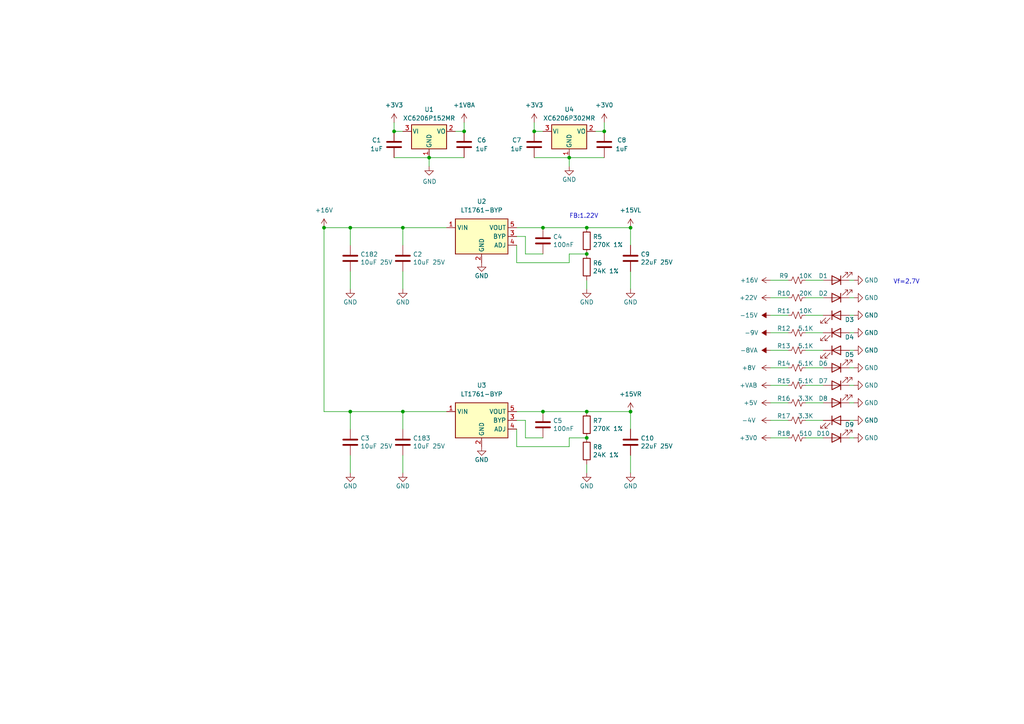
<source format=kicad_sch>
(kicad_sch (version 20231120) (generator "eeschema") (generator_version "8.0")
  (paper "A4")
  (title_block (title "AFE Power Supply") (date "2024-06-09") (rev "R0.10") (company "Copyright 2024 Anhang Li, Wenting Zhang") (comment 2 "MERCHANTABILITY, SATISFACTORY QUALITY AND FITNESS FOR A PARTICULAR PURPOSE.") (comment 3 "This source is distributed WITHOUT ANY EXPRESS OR IMPLIED WARRANTY, INCLUDING OF") (comment 4 "This source describes Open Hardware and is licensed under the CERN-OHL-P v2."))
  (lib_symbols
    (symbol "Device:C" (pin_numbers hide) (pin_names (offset 0.254))
      (property "Reference" "C" (at 0.635 2.54 0))
      (property "Value" "C" (at 0.635 -2.54 0))
      (symbol "C_0_1"
        (polyline (pts (xy -2.032 -0.762) (xy 2.032 -0.762)) (stroke (width 0.508)))
        (polyline (pts (xy -2.032 0.762) (xy 2.032 0.762)) (stroke (width 0.508)))
      )
      (symbol "C_1_1"
        (pin passive line (at 0 3.81 270) (length 2.794) (name "~") (number "1"))
        (pin passive line (at 0 -3.81 90) (length 2.794) (name "~") (number "2"))
      )
    )
    (symbol "Device:LED" (pin_numbers hide) (pin_names (offset 1.016) hide)
      (property "Reference" "D" (at 0 2.54 0))
      (property "Value" "LED" (at 0 -2.54 0))
      (symbol "LED_0_1"
        (polyline (pts (xy -1.27 -1.27) (xy -1.27 1.27)) (stroke (width 0.254)))
        (polyline (pts (xy -1.27 0) (xy 1.27 0)))
        (polyline (pts (xy 1.27 -1.27) (xy 1.27 1.27) (xy -1.27 0) (xy 1.27 -1.27)) (stroke (width 0.254)))
        (polyline (pts (xy -3.048 -0.762) (xy -4.572 -2.286) (xy -3.81 -2.286) (xy -4.572 -2.286) (xy -4.572 -1.524)))
        (polyline (pts (xy -1.778 -0.762) (xy -3.302 -2.286) (xy -2.54 -2.286) (xy -3.302 -2.286) (xy -3.302 -1.524)))
      )
      (symbol "LED_1_1"
        (pin passive line (at -3.81 0 0) (length 2.54) (name "K") (number "1"))
        (pin passive line (at 3.81 0 180) (length 2.54) (name "A") (number "2"))
      )
    )
    (symbol "Device:R" (pin_numbers hide) (pin_names (offset 0))
      (property "Reference" "R" (at 2.032 0 90))
      (property "Value" "R" (at 0 0 90))
      (symbol "R_0_1"
        (rectangle (start -1.016 -2.54) (end 1.016 2.54) (stroke (width 0.254)))
      )
      (symbol "R_1_1"
        (pin passive line (at 0 3.81 270) (length 1.27) (name "~") (number "1"))
        (pin passive line (at 0 -3.81 90) (length 1.27) (name "~") (number "2"))
      )
    )
    (symbol "Device:R_Small_US" (pin_numbers hide) (pin_names (offset 0.254) hide)
      (property "Reference" "R" (at 0.762 0.508 0))
      (property "Value" "R_Small_US" (at 0.762 -1.016 0))
      (symbol "R_Small_US_1_1"
        (polyline (pts (xy 0 0) (xy 1.016 -0.381) (xy 0 -0.762) (xy -1.016 -1.143) (xy 0 -1.524)))
        (polyline (pts (xy 0 1.524) (xy 1.016 1.143) (xy 0 0.762) (xy -1.016 0.381) (xy 0 0)))
        (pin passive line (at 0 2.54 270) (length 1.016) (name "~") (number "1"))
        (pin passive line (at 0 -2.54 90) (length 1.016) (name "~") (number "2"))
      )
    )
    (symbol "Regulator_Linear:LT1761-BYP"
      (property "Reference" "U" (at -6.35 6.35 0))
      (property "Value" "LT1761-BYP" (at 0 6.35 0))
      (symbol "LT1761-BYP_0_1"
        (rectangle (start -7.62 5.08) (end 7.62 -5.08) (stroke (width 0.254)) (fill (type background)))
      )
      (symbol "LT1761-BYP_1_1"
        (pin power_in line (at -10.16 2.54 0) (length 2.54) (name "VIN") (number "1"))
        (pin power_in line (at 0 -7.62 90) (length 2.54) (name "GND") (number "2"))
        (pin passive line (at 10.16 0 180) (length 2.54) (name "BYP") (number "3"))
        (pin input line (at 10.16 -2.54 180) (length 2.54) (name "ADJ") (number "4"))
        (pin power_out line (at 10.16 2.54 180) (length 2.54) (name "VOUT") (number "5"))
      )
    )
    (symbol "Regulator_Linear:XC6206PxxxMR" (pin_names (offset 0.254))
      (property "Reference" "U" (at -3.81 3.175 0))
      (property "Value" "XC6206PxxxMR" (at 0 3.175 0))
      (symbol "XC6206PxxxMR_0_1"
        (rectangle (start -5.08 1.905) (end 5.08 -5.08) (stroke (width 0.254)) (fill (type background)))
      )
      (symbol "XC6206PxxxMR_1_1"
        (pin power_in line (at 0 -7.62 90) (length 2.54) (name "GND") (number "1"))
        (pin power_out line (at 7.62 0 180) (length 2.54) (name "VO") (number "2"))
        (pin power_in line (at -7.62 0 0) (length 2.54) (name "VI") (number "3"))
      )
    )
    (symbol "Sitina:-4V" (power) (pin_names (offset 0))
      (property "Value" "-4V" (at 0 3.556 0))
      (symbol "-4V_0_1"
        (polyline (pts (xy -0.762 1.27) (xy 0 2.54)))
        (polyline (pts (xy 0 0) (xy 0 2.54)))
        (polyline (pts (xy 0 2.54) (xy 0.762 1.27)))
      )
      (symbol "-4V_1_1"
        (pin power_in line (at 0 0 90) (length 0) hide (name "-4V") (number "1"))
      )
    )
    (symbol "power:+1V8" (power) (pin_names (offset 0))
      (property "Value" "+1V8" (at 0 3.556 0))
      (symbol "+1V8_0_1"
        (polyline (pts (xy -0.762 1.27) (xy 0 2.54)))
        (polyline (pts (xy 0 0) (xy 0 2.54)))
        (polyline (pts (xy 0 2.54) (xy 0.762 1.27)))
      )
      (symbol "+1V8_1_1"
        (pin power_in line (at 0 0 90) (length 0) hide (name "+1V8") (number "1"))
      )
    )
    (symbol "power:+3V0" (power) (pin_names (offset 0))
      (property "Value" "+3V0" (at 0 3.556 0))
      (symbol "+3V0_0_1"
        (polyline (pts (xy -0.762 1.27) (xy 0 2.54)))
        (polyline (pts (xy 0 0) (xy 0 2.54)))
        (polyline (pts (xy 0 2.54) (xy 0.762 1.27)))
      )
      (symbol "+3V0_1_1"
        (pin power_in line (at 0 0 90) (length 0) hide (name "+3V0") (number "1"))
      )
    )
    (symbol "power:+3V3" (power) (pin_names (offset 0))
      (property "Value" "+3V3" (at 0 3.556 0))
      (symbol "+3V3_0_1"
        (polyline (pts (xy -0.762 1.27) (xy 0 2.54)))
        (polyline (pts (xy 0 0) (xy 0 2.54)))
        (polyline (pts (xy 0 2.54) (xy 0.762 1.27)))
      )
      (symbol "+3V3_1_1"
        (pin power_in line (at 0 0 90) (length 0) hide (name "+3V3") (number "1"))
      )
    )
    (symbol "power:+5V" (power) (pin_names (offset 0))
      (property "Value" "+5V" (at 0 3.556 0))
      (symbol "+5V_0_1"
        (polyline (pts (xy -0.762 1.27) (xy 0 2.54)))
        (polyline (pts (xy 0 0) (xy 0 2.54)))
        (polyline (pts (xy 0 2.54) (xy 0.762 1.27)))
      )
      (symbol "+5V_1_1"
        (pin power_in line (at 0 0 90) (length 0) hide (name "+5V") (number "1"))
      )
    )
    (symbol "power:+8V" (power) (pin_names (offset 0))
      (property "Value" "+8V" (at 0 3.556 0))
      (symbol "+8V_0_1"
        (polyline (pts (xy -0.762 1.27) (xy 0 2.54)))
        (polyline (pts (xy 0 0) (xy 0 2.54)))
        (polyline (pts (xy 0 2.54) (xy 0.762 1.27)))
      )
      (symbol "+8V_1_1"
        (pin power_in line (at 0 0 90) (length 0) hide (name "+8V") (number "1"))
      )
    )
    (symbol "power:-15V" (power) (pin_names (offset 0))
      (property "Value" "-15V" (at 0 3.81 0))
      (symbol "-15V_0_0"
        (pin power_in line (at 0 0 90) (length 0) hide (name "-15V") (number "1"))
      )
      (symbol "-15V_0_1"
        (polyline (pts (xy 0 0) (xy 0 1.27) (xy 0.762 1.27) (xy 0 2.54) (xy -0.762 1.27) (xy 0 1.27)) (fill (type outline)))
      )
    )
    (symbol "power:-9V" (power) (pin_names (offset 0))
      (property "Value" "-9V" (at 0 3.81 0))
      (symbol "-9V_0_1"
        (polyline (pts (xy 0 0) (xy 0 2.54)))
        (polyline (pts (xy 0.762 1.27) (xy -0.762 1.27) (xy 0 2.54) (xy 0.762 1.27)) (fill (type outline)))
      )
      (symbol "-9V_1_1"
        (pin power_in line (at 0 0 90) (length 0) hide (name "-9V") (number "1"))
      )
    )
    (symbol "power:GND" (power) (pin_names (offset 0))
      (property "Value" "GND" (at 0 -3.81 0))
      (symbol "GND_0_1"
        (polyline (pts (xy 0 0) (xy 0 -1.27) (xy 1.27 -1.27) (xy 0 -2.54) (xy -1.27 -1.27) (xy 0 -1.27)))
      )
      (symbol "GND_1_1"
        (pin power_in line (at 0 0 270) (length 0) hide (name "GND") (number "1"))
      )
    )
    (symbol "symbols:+15VL" (power) (pin_names (offset 0))
      (property "Value" "+15VL" (at 0 3.556 0))
      (symbol "+15VL_0_1"
        (polyline (pts (xy -0.762 1.27) (xy 0 2.54)))
        (polyline (pts (xy 0 0) (xy 0 2.54)))
        (polyline (pts (xy 0 2.54) (xy 0.762 1.27)))
      )
      (symbol "+15VL_1_1"
        (pin power_in line (at 0 0 90) (length 0) hide (name "+15VL") (number "1"))
      )
    )
    (symbol "symbols:+15VR" (power) (pin_names (offset 0))
      (property "Value" "+15VR" (at 0 3.556 0))
      (symbol "+15VR_0_1"
        (polyline (pts (xy -0.762 1.27) (xy 0 2.54)))
        (polyline (pts (xy 0 0) (xy 0 2.54)))
        (polyline (pts (xy 0 2.54) (xy 0.762 1.27)))
      )
      (symbol "+15VR_1_1"
        (pin power_in line (at 0 0 90) (length 0) hide (name "+15VR") (number "1"))
      )
    )
    (symbol "symbols:+16V" (power) (pin_names (offset 0))
      (property "Value" "+16V" (at 0 3.556 0))
      (symbol "+16V_0_1"
        (polyline (pts (xy -0.762 1.27) (xy 0 2.54)))
        (polyline (pts (xy 0 0) (xy 0 2.54)))
        (polyline (pts (xy 0 2.54) (xy 0.762 1.27)))
      )
      (symbol "+16V_1_1"
        (pin power_in line (at 0 0 90) (length 0) hide (name "+16V") (number "1"))
      )
    )
  )
  (junction (at 134.62 38.1))
  (junction (at 182.88 66.04))
  (junction (at 101.6 66.04))
  (junction (at 101.6 119.38))
  (junction (at 114.3 38.1))
  (junction (at 157.48 66.04))
  (junction (at 93.98 66.04))
  (junction (at 116.84 119.38))
  (junction (at 170.18 127))
  (junction (at 170.18 119.38))
  (junction (at 124.46 45.72))
  (junction (at 116.84 66.04))
  (junction (at 157.48 119.38))
  (junction (at 165.1 45.72))
  (junction (at 170.18 73.66))
  (junction (at 175.26 38.1))
  (junction (at 154.94 38.1))
  (junction (at 170.18 66.04))
  (junction (at 182.88 119.38))
  (wire (pts (xy 157.48 127) (xy 152.4 127)))
  (wire (pts (xy 223.52 111.76) (xy 228.6 111.76)))
  (wire (pts (xy 246.38 96.52) (xy 247.65 96.52)))
  (wire (pts (xy 233.68 111.76) (xy 238.76 111.76)))
  (wire (pts (xy 116.84 78.74) (xy 116.84 83.82)))
  (wire (pts (xy 114.3 38.1) (xy 116.84 38.1)))
  (wire (pts (xy 233.68 106.68) (xy 238.76 106.68)))
  (wire (pts (xy 223.52 106.68) (xy 228.6 106.68)))
  (wire (pts (xy 170.18 137.16) (xy 170.18 134.62)))
  (wire (pts (xy 101.6 66.04) (xy 116.84 66.04)))
  (wire (pts (xy 233.68 127) (xy 238.76 127)))
  (wire (pts (xy 165.1 127) (xy 170.18 127)))
  (wire (pts (xy 154.94 38.1) (xy 157.48 38.1)))
  (wire (pts (xy 93.98 119.38) (xy 101.6 119.38)))
  (wire (pts (xy 152.4 121.92) (xy 149.86 121.92)))
  (wire (pts (xy 182.88 137.16) (xy 182.88 132.08)))
  (wire (pts (xy 246.38 106.68) (xy 247.65 106.68)))
  (wire (pts (xy 233.68 96.52) (xy 238.76 96.52)))
  (wire (pts (xy 233.68 81.28) (xy 238.76 81.28)))
  (wire (pts (xy 101.6 83.82) (xy 101.6 78.74)))
  (wire (pts (xy 116.84 66.04) (xy 129.54 66.04)))
  (wire (pts (xy 233.68 116.84) (xy 238.76 116.84)))
  (wire (pts (xy 223.52 127) (xy 228.6 127)))
  (wire (pts (xy 116.84 119.38) (xy 129.54 119.38)))
  (wire (pts (xy 246.38 127) (xy 247.65 127)))
  (wire (pts (xy 165.1 45.72) (xy 165.1 48.26)))
  (wire (pts (xy 124.46 45.72) (xy 124.46 48.26)))
  (wire (pts (xy 223.52 81.28) (xy 228.6 81.28)))
  (wire (pts (xy 149.86 71.12) (xy 149.86 76.2)))
  (wire (pts (xy 101.6 119.38) (xy 101.6 124.46)))
  (wire (pts (xy 233.68 86.36) (xy 238.76 86.36)))
  (wire (pts (xy 101.6 66.04) (xy 101.6 71.12)))
  (wire (pts (xy 182.88 66.04) (xy 182.88 71.12)))
  (wire (pts (xy 152.4 127) (xy 152.4 121.92)))
  (wire (pts (xy 223.52 121.92) (xy 228.6 121.92)))
  (wire (pts (xy 246.38 101.6) (xy 247.65 101.6)))
  (wire (pts (xy 223.52 91.44) (xy 228.6 91.44)))
  (wire (pts (xy 93.98 66.04) (xy 93.98 119.38)))
  (wire (pts (xy 165.1 76.2) (xy 165.1 73.66)))
  (wire (pts (xy 114.3 45.72) (xy 124.46 45.72)))
  (wire (pts (xy 170.18 119.38) (xy 182.88 119.38)))
  (wire (pts (xy 116.84 66.04) (xy 116.84 71.12)))
  (wire (pts (xy 157.48 119.38) (xy 170.18 119.38)))
  (wire (pts (xy 246.38 81.28) (xy 247.65 81.28)))
  (wire (pts (xy 223.52 116.84) (xy 228.6 116.84)))
  (wire (pts (xy 233.68 101.6) (xy 238.76 101.6)))
  (wire (pts (xy 149.86 119.38) (xy 157.48 119.38)))
  (wire (pts (xy 101.6 137.16) (xy 101.6 132.08)))
  (wire (pts (xy 152.4 68.58) (xy 149.86 68.58)))
  (wire (pts (xy 246.38 91.44) (xy 247.65 91.44)))
  (wire (pts (xy 124.46 45.72) (xy 134.62 45.72)))
  (wire (pts (xy 149.86 66.04) (xy 157.48 66.04)))
  (wire (pts (xy 165.1 45.72) (xy 175.26 45.72)))
  (wire (pts (xy 116.84 132.08) (xy 116.84 137.16)))
  (wire (pts (xy 149.86 129.54) (xy 165.1 129.54)))
  (wire (pts (xy 170.18 83.82) (xy 170.18 81.28)))
  (wire (pts (xy 134.62 38.1) (xy 132.08 38.1)))
  (wire (pts (xy 246.38 121.92) (xy 247.65 121.92)))
  (wire (pts (xy 182.88 78.74) (xy 182.88 83.82)))
  (wire (pts (xy 116.84 119.38) (xy 116.84 124.46)))
  (wire (pts (xy 154.94 35.56) (xy 154.94 38.1)))
  (wire (pts (xy 165.1 129.54) (xy 165.1 127)))
  (wire (pts (xy 175.26 35.56) (xy 175.26 38.1)))
  (wire (pts (xy 152.4 73.66) (xy 152.4 68.58)))
  (wire (pts (xy 157.48 73.66) (xy 152.4 73.66)))
  (wire (pts (xy 233.68 121.92) (xy 238.76 121.92)))
  (wire (pts (xy 154.94 45.72) (xy 165.1 45.72)))
  (wire (pts (xy 165.1 73.66) (xy 170.18 73.66)))
  (wire (pts (xy 223.52 86.36) (xy 228.6 86.36)))
  (wire (pts (xy 170.18 66.04) (xy 182.88 66.04)))
  (wire (pts (xy 233.68 91.44) (xy 238.76 91.44)))
  (wire (pts (xy 134.62 35.56) (xy 134.62 38.1)))
  (wire (pts (xy 101.6 119.38) (xy 116.84 119.38)))
  (wire (pts (xy 182.88 124.46) (xy 182.88 119.38)))
  (wire (pts (xy 114.3 35.56) (xy 114.3 38.1)))
  (wire (pts (xy 175.26 38.1) (xy 172.72 38.1)))
  (wire (pts (xy 93.98 66.04) (xy 101.6 66.04)))
  (wire (pts (xy 149.86 124.46) (xy 149.86 129.54)))
  (wire (pts (xy 246.38 86.36) (xy 247.65 86.36)))
  (wire (pts (xy 246.38 111.76) (xy 247.65 111.76)))
  (wire (pts (xy 246.38 116.84) (xy 247.65 116.84)))
  (wire (pts (xy 223.52 96.52) (xy 228.6 96.52)))
  (wire (pts (xy 223.52 101.6) (xy 228.6 101.6)))
  (wire (pts (xy 149.86 76.2) (xy 165.1 76.2)))
  (wire (pts (xy 157.48 66.04) (xy 170.18 66.04)))
  (text "FB:1.22V" (at 165.1 63.5 0) (effects (font (size 1.27 1.27)) (justify left bottom)))
  (text "Vf=2.7V" (at 259.08 82.55 0) (effects (font (size 1.27 1.27)) (justify left bottom)))
  (symbol (lib_id "power:GND") (at 101.6 137.16 0) (unit 1)
    (property "Reference" "#PWR04" (effects (hide yes)))
    (property "Value" "GND" (at 101.6 140.97 0))
  )
  (symbol (lib_id "power:GND") (at 124.46 48.26 0) (unit 1)
    (property "Reference" "#PWR07" (effects (hide yes)))
    (property "Value" "GND" (at 124.587 52.6542 0))
  )
  (symbol (lib_id "power:GND") (at 247.65 111.76 90) (unit 1)
    (property "Reference" "#PWR040" (effects (hide yes)))
    (property "Value" "GND" (at 252.73 111.76 90))
  )
  (symbol (lib_id "symbols:+16V") (at 93.98 66.04 0) (unit 1)
    (property "Reference" "#PWR01" (effects (hide yes)))
    (property "Value" "+16V" (at 93.98 60.96 0))
  )
  (symbol (lib_id "power:-9V") (at 223.52 96.52 90) (unit 1)
    (property "Reference" "#PWR027" (effects (hide yes)))
    (property "Value" "-9V" (at 215.9 96.52 90) (effects (justify right)))
  )
  (symbol (lib_id "Device:R_Small_US") (at 231.14 96.52 270) (unit 1)
    (property "Reference" "R12" (at 227.33 95.25 90))
    (property "Value" "5.1K" (at 233.68 95.25 90))
    (property "Footprint" "Resistor_SMD:R_0402_1005Metric" (effects (hide yes)))
  )
  (symbol (lib_id "Device:R_Small_US") (at 231.14 91.44 270) (unit 1)
    (property "Reference" "R11" (at 227.33 90.17 90))
    (property "Value" "10K" (at 233.68 90.17 90))
    (property "Footprint" "Resistor_SMD:R_0402_1005Metric" (effects (hide yes)))
  )
  (symbol (lib_id "power:+3V0") (at 223.52 127 90) (unit 1)
    (property "Reference" "#PWR033" (effects (hide yes)))
    (property "Value" "+3V0" (at 219.71 127 90) (effects (justify left)))
  )
  (symbol (lib_id "Device:C") (at 101.6 128.27 0) (unit 1)
    (property "Reference" "C3" (at 104.521 127.1016 0) (effects (justify left)))
    (property "Value" "10uF 25V" (at 104.521 129.413 0) (effects (justify left)))
    (property "Footprint" "Capacitor_SMD:C_0603_1608Metric" (effects (hide yes)))
  )
  (symbol (lib_id "power:GND") (at 116.84 137.16 0) (unit 1)
    (property "Reference" "#PWR0295" (effects (hide yes)))
    (property "Value" "GND" (at 116.84 140.97 0))
  )
  (symbol (lib_id "power:-15V") (at 223.52 91.44 90) (unit 1)
    (property "Reference" "#PWR026" (effects (hide yes)))
    (property "Value" "-15V" (at 217.17 91.44 90))
  )
  (symbol (lib_id "Device:R_Small_US") (at 231.14 111.76 270) (unit 1)
    (property "Reference" "R15" (at 227.33 110.49 90))
    (property "Value" "5.1K" (at 233.68 110.49 90))
    (property "Footprint" "Resistor_SMD:R_0402_1005Metric" (effects (hide yes)))
  )
  (symbol (lib_id "power:GND") (at 247.65 116.84 90) (unit 1)
    (property "Reference" "#PWR041" (effects (hide yes)))
    (property "Value" "GND" (at 252.73 116.84 90))
  )
  (symbol (lib_id "power:+8V") (at 223.52 106.68 90) (unit 1)
    (property "Reference" "#PWR029" (effects (hide yes)))
    (property "Value" "+8V" (at 217.17 106.68 90))
  )
  (symbol (lib_id "Regulator_Linear:XC6206PxxxMR") (at 124.46 38.1 0) (unit 1)
    (property "Reference" "U1" (at 124.46 31.75 0))
    (property "Value" "XC6206P152MR" (at 124.46 34.29 0))
    (property "Footprint" "Package_TO_SOT_SMD:SOT-23-3" (effects (hide yes)))
    (property "Datasheet" "https://www.torexsemi.com/file/xc6206/XC6206.pdf" (effects (hide yes)))
  )
  (symbol (lib_id "symbols:+16V") (at 223.52 111.76 90) (unit 1)
    (property "Reference" "#PWR030" (effects (hide yes)))
    (property "Value" "+VAB" (at 219.71 111.7599 90) (effects (justify left)))
  )
  (symbol (lib_id "power:GND") (at 170.18 137.16 0) (mirror y) (unit 1)
    (property "Reference" "#PWR018" (effects (hide yes)))
    (property "Value" "GND" (at 170.18 140.97 0))
  )
  (symbol (lib_id "power:GND") (at 165.1 48.26 0) (mirror y) (unit 1)
    (property "Reference" "#PWR016" (effects (hide yes)))
    (property "Value" "GND" (at 165.1 52.07 0))
  )
  (symbol (lib_id "power:+3V3") (at 154.94 35.56 0) (unit 1)
    (property "Reference" "#PWR015" (effects (hide yes)))
    (property "Value" "+3V3" (at 154.94 30.48 0))
  )
  (symbol (lib_id "Device:LED") (at 242.57 116.84 180) (unit 1)
    (property "Reference" "D8" (at 238.76 115.57 0))
    (property "Value" "LED" (effects (hide yes)))
    (property "Footprint" "LED_SMD:LED_0603_1608Metric" (effects (hide yes)))
  )
  (symbol (lib_id "Device:R_Small_US") (at 231.14 127 270) (unit 1)
    (property "Reference" "R18" (at 227.33 125.73 90))
    (property "Value" "510" (at 233.68 125.73 90))
    (property "Footprint" "Resistor_SMD:R_0402_1005Metric" (effects (hide yes)))
  )
  (symbol (lib_id "power:GND") (at 247.65 96.52 90) (unit 1)
    (property "Reference" "#PWR037" (effects (hide yes)))
    (property "Value" "GND" (at 252.73 96.52 90))
  )
  (symbol (lib_id "Device:C") (at 157.48 69.85 180) (unit 1)
    (property "Reference" "C4" (at 160.401 68.6816 0) (effects (justify right)))
    (property "Value" "100nF" (at 160.401 70.993 0) (effects (justify right)))
    (property "Footprint" "Capacitor_SMD:C_0402_1005Metric" (effects (hide yes)))
  )
  (symbol (lib_id "symbols:+15VR") (at 182.88 119.38 0) (unit 1)
    (property "Reference" "#PWR022" (effects (hide yes)))
    (property "Value" "+15VR" (at 182.88 114.3 0))
  )
  (symbol (lib_id "Device:LED") (at 242.57 127 180) (unit 1)
    (property "Reference" "D10" (at 238.76 125.73 0))
    (property "Value" "LED" (effects (hide yes)))
    (property "Footprint" "LED_SMD:LED_0603_1608Metric" (effects (hide yes)))
  )
  (symbol (lib_id "Device:R_Small_US") (at 231.14 106.68 270) (unit 1)
    (property "Reference" "R14" (at 227.33 105.41 90))
    (property "Value" "5.1K" (at 233.68 105.41 90))
    (property "Footprint" "Resistor_SMD:R_0402_1005Metric" (effects (hide yes)))
  )
  (symbol (lib_id "Device:LED") (at 242.57 111.76 180) (unit 1)
    (property "Reference" "D7" (at 238.76 110.49 0))
    (property "Value" "LED" (effects (hide yes)))
    (property "Footprint" "LED_SMD:LED_0603_1608Metric" (effects (hide yes)))
  )
  (symbol (lib_id "Device:C") (at 114.3 41.91 0) (mirror y) (unit 1)
    (property "Reference" "C1" (at 109.22 40.64 0))
    (property "Value" "1uF" (at 109.22 43.18 0))
    (property "Footprint" "Capacitor_SMD:C_0402_1005Metric" (effects (hide yes)))
  )
  (symbol (lib_id "Device:R") (at 170.18 130.81 0) (unit 1)
    (property "Reference" "R8" (at 171.958 129.6416 0) (effects (justify left)))
    (property "Value" "24K 1%" (at 171.958 131.953 0) (effects (justify left)))
    (property "Footprint" "Resistor_SMD:R_0402_1005Metric" (effects (hide yes)))
  )
  (symbol (lib_id "Device:C") (at 182.88 74.93 0) (unit 1)
    (property "Reference" "C9" (at 185.801 73.7616 0) (effects (justify left)))
    (property "Value" "22uF 25V" (at 185.801 76.073 0) (effects (justify left)))
    (property "Footprint" "Capacitor_SMD:C_0805_2012Metric" (effects (hide yes)))
  )
  (symbol (lib_id "Device:C") (at 182.88 128.27 0) (unit 1)
    (property "Reference" "C10" (at 185.801 127.1016 0) (effects (justify left)))
    (property "Value" "22uF 25V" (at 185.801 129.413 0) (effects (justify left)))
    (property "Footprint" "Capacitor_SMD:C_0805_2012Metric" (effects (hide yes)))
  )
  (symbol (lib_id "Device:R") (at 170.18 77.47 0) (unit 1)
    (property "Reference" "R6" (at 171.958 76.3016 0) (effects (justify left)))
    (property "Value" "24K 1%" (at 171.958 78.613 0) (effects (justify left)))
    (property "Footprint" "Resistor_SMD:R_0402_1005Metric" (effects (hide yes)))
  )
  (symbol (lib_id "power:GND") (at 247.65 106.68 90) (unit 1)
    (property "Reference" "#PWR039" (effects (hide yes)))
    (property "Value" "GND" (at 252.73 106.68 90))
  )
  (symbol (lib_id "power:-9V") (at 223.52 101.6 90) (unit 1)
    (property "Reference" "#PWR028" (effects (hide yes)))
    (property "Value" "-8VA" (at 214.63 101.6 90) (effects (justify right)))
  )
  (symbol (lib_id "power:+3V0") (at 175.26 35.56 0) (unit 1)
    (property "Reference" "#PWR019" (effects (hide yes)))
    (property "Value" "+3V0" (at 175.26 30.48 0))
  )
  (symbol (lib_id "Regulator_Linear:LT1761-BYP") (at 139.7 121.92 0) (unit 1)
    (property "Reference" "U3" (at 139.7 111.76 0))
    (property "Value" "LT1761-BYP" (at 139.7 114.3 0))
    (property "Footprint" "Package_TO_SOT_SMD:TSOT-23-5" (effects (hide yes)))
    (property "Datasheet" "https://www.analog.com/media/en/technical-documentation/data-sheets/1761sff.pdf" (effects (hide yes)))
    (property "Description" "MICROPOWER 100mA LDO adjustable regulator, TSOT-23-5" (effects (hide yes)))
  )
  (symbol (lib_id "Device:LED") (at 242.57 81.28 180) (unit 1)
    (property "Reference" "D1" (at 238.76 80.01 0))
    (property "Value" "LED" (effects (hide yes)))
    (property "Footprint" "LED_SMD:LED_0603_1608Metric" (effects (hide yes)))
  )
  (symbol (lib_id "Device:R_Small_US") (at 231.14 81.28 270) (unit 1)
    (property "Reference" "R9" (at 227.33 80.01 90))
    (property "Value" "10K" (at 233.68 80.01 90))
    (property "Footprint" "Resistor_SMD:R_0402_1005Metric" (effects (hide yes)))
  )
  (symbol (lib_id "power:GND") (at 139.7 129.54 0) (unit 1)
    (property "Reference" "#PWR05" (effects (hide yes)))
    (property "Value" "GND" (at 139.7 133.35 0))
  )
  (symbol (lib_id "power:GND") (at 247.65 121.92 90) (unit 1)
    (property "Reference" "#PWR042" (effects (hide yes)))
    (property "Value" "GND" (at 252.73 121.92 90))
  )
  (symbol (lib_id "Regulator_Linear:LT1761-BYP") (at 139.7 68.58 0) (unit 1)
    (property "Reference" "U2" (at 139.7 58.42 0))
    (property "Value" "LT1761-BYP" (at 139.7 60.96 0))
    (property "Footprint" "Package_TO_SOT_SMD:TSOT-23-5" (effects (hide yes)))
    (property "Datasheet" "https://www.analog.com/media/en/technical-documentation/data-sheets/1761sff.pdf" (effects (hide yes)))
    (property "Description" "MICROPOWER 100mA LDO adjustable regulator, TSOT-23-5" (effects (hide yes)))
  )
  (symbol (lib_id "power:GND") (at 116.84 83.82 0) (unit 1)
    (property "Reference" "#PWR03" (effects (hide yes)))
    (property "Value" "GND" (at 116.84 87.63 0))
  )
  (symbol (lib_id "Device:R_Small_US") (at 231.14 116.84 270) (unit 1)
    (property "Reference" "R16" (at 227.33 115.57 90))
    (property "Value" "3.3K" (at 233.68 115.57 90))
    (property "Footprint" "Resistor_SMD:R_0402_1005Metric" (effects (hide yes)))
  )
  (symbol (lib_id "power:GND") (at 182.88 137.16 0) (mirror y) (unit 1)
    (property "Reference" "#PWR023" (effects (hide yes)))
    (property "Value" "GND" (at 182.88 140.97 0))
  )
  (symbol (lib_id "power:GND") (at 101.6 83.82 0) (unit 1)
    (property "Reference" "#PWR0294" (effects (hide yes)))
    (property "Value" "GND" (at 101.6 87.63 0))
  )
  (symbol (lib_id "power:GND") (at 182.88 83.82 0) (mirror y) (unit 1)
    (property "Reference" "#PWR021" (effects (hide yes)))
    (property "Value" "GND" (at 182.88 87.63 0))
  )
  (symbol (lib_id "Device:LED") (at 242.57 96.52 0) (unit 1)
    (property "Reference" "D4" (at 246.38 97.79 0))
    (property "Value" "LED" (effects (hide yes)))
    (property "Footprint" "LED_SMD:LED_0603_1608Metric" (effects (hide yes)))
  )
  (symbol (lib_id "Device:C") (at 116.84 128.27 0) (unit 1)
    (property "Reference" "C183" (at 119.761 127.1016 0) (effects (justify left)))
    (property "Value" "10uF 25V" (at 119.761 129.413 0) (effects (justify left)))
    (property "Footprint" "Capacitor_SMD:C_0603_1608Metric" (effects (hide yes)))
  )
  (symbol (lib_id "power:GND") (at 247.65 127 90) (unit 1)
    (property "Reference" "#PWR043" (effects (hide yes)))
    (property "Value" "GND" (at 252.73 127 90))
  )
  (symbol (lib_id "symbols:+15VL") (at 182.88 66.04 0) (unit 1)
    (property "Reference" "#PWR020" (effects (hide yes)))
    (property "Value" "+15VL" (at 182.88 60.96 0))
  )
  (symbol (lib_id "Regulator_Linear:XC6206PxxxMR") (at 165.1 38.1 0) (unit 1)
    (property "Reference" "U4" (at 165.1 31.75 0))
    (property "Value" "XC6206P302MR" (at 165.1 34.29 0))
    (property "Footprint" "Package_TO_SOT_SMD:SOT-23-3" (effects (hide yes)))
    (property "Datasheet" "https://www.torexsemi.com/file/xc6206/XC6206.pdf" (effects (hide yes)))
  )
  (symbol (lib_id "Device:LED") (at 242.57 86.36 180) (unit 1)
    (property "Reference" "D2" (at 238.76 85.09 0))
    (property "Value" "LED" (effects (hide yes)))
    (property "Footprint" "LED_SMD:LED_0603_1608Metric" (effects (hide yes)))
  )
  (symbol (lib_id "Device:C") (at 134.62 41.91 0) (unit 1)
    (property "Reference" "C6" (at 139.7 40.64 0))
    (property "Value" "1uF" (at 139.7 43.18 0))
    (property "Footprint" "Capacitor_SMD:C_0402_1005Metric" (effects (hide yes)))
  )
  (symbol (lib_id "Device:C") (at 101.6 74.93 0) (unit 1)
    (property "Reference" "C182" (at 104.521 73.7616 0) (effects (justify left)))
    (property "Value" "10uF 25V" (at 104.521 76.073 0) (effects (justify left)))
    (property "Footprint" "Capacitor_SMD:C_0603_1608Metric" (effects (hide yes)))
  )
  (symbol (lib_id "symbols:+16V") (at 223.52 81.28 90) (unit 1)
    (property "Reference" "#PWR024" (effects (hide yes)))
    (property "Value" "+16V" (at 214.63 81.28 90) (effects (justify right)))
  )
  (symbol (lib_id "Device:LED") (at 242.57 91.44 0) (unit 1)
    (property "Reference" "D3" (at 246.38 92.71 0))
    (property "Value" "LED" (effects (hide yes)))
    (property "Footprint" "LED_SMD:LED_0603_1608Metric" (effects (hide yes)))
  )
  (symbol (lib_id "power:GND") (at 139.7 76.2 0) (unit 1)
    (property "Reference" "#PWR013" (effects (hide yes)))
    (property "Value" "GND" (at 139.7 80.01 0))
  )
  (symbol (lib_id "power:GND") (at 247.65 86.36 90) (unit 1)
    (property "Reference" "#PWR035" (effects (hide yes)))
    (property "Value" "GND" (at 252.73 86.36 90))
  )
  (symbol (lib_id "power:GND") (at 170.18 83.82 0) (mirror y) (unit 1)
    (property "Reference" "#PWR017" (effects (hide yes)))
    (property "Value" "GND" (at 170.18 87.63 0))
  )
  (symbol (lib_id "Device:LED") (at 242.57 121.92 0) (unit 1)
    (property "Reference" "D9" (at 246.38 123.19 0))
    (property "Value" "LED" (effects (hide yes)))
    (property "Footprint" "LED_SMD:LED_0603_1608Metric" (effects (hide yes)))
  )
  (symbol (lib_id "Device:LED") (at 242.57 106.68 180) (unit 1)
    (property "Reference" "D6" (at 238.76 105.41 0))
    (property "Value" "LED" (effects (hide yes)))
    (property "Footprint" "LED_SMD:LED_0603_1608Metric" (effects (hide yes)))
  )
  (symbol (lib_id "Device:C") (at 154.94 41.91 0) (mirror y) (unit 1)
    (property "Reference" "C7" (at 149.86 40.64 0))
    (property "Value" "1uF" (at 149.86 43.18 0))
    (property "Footprint" "Capacitor_SMD:C_0402_1005Metric" (effects (hide yes)))
  )
  (symbol (lib_id "Device:R") (at 170.18 123.19 0) (unit 1)
    (property "Reference" "R7" (at 171.958 122.0216 0) (effects (justify left)))
    (property "Value" "270K 1%" (at 171.958 124.333 0) (effects (justify left)))
    (property "Footprint" "Resistor_SMD:R_0402_1005Metric" (effects (hide yes)))
  )
  (symbol (lib_id "power:GND") (at 247.65 91.44 90) (unit 1)
    (property "Reference" "#PWR036" (effects (hide yes)))
    (property "Value" "GND" (at 252.73 91.44 90))
  )
  (symbol (lib_id "symbols:+16V") (at 223.52 86.36 90) (unit 1)
    (property "Reference" "#PWR025" (effects (hide yes)))
    (property "Value" "+22V" (at 219.71 86.3599 90) (effects (justify left)))
  )
  (symbol (lib_id "Sitina:-4V") (at 223.52 121.92 90) (unit 1)
    (property "Reference" "#PWR032" (effects (hide yes)))
    (property "Value" "-4V" (at 217.17 121.92 90))
  )
  (symbol (lib_id "Device:R_Small_US") (at 231.14 86.36 270) (unit 1)
    (property "Reference" "R10" (at 227.33 85.09 90))
    (property "Value" "20K" (at 233.68 85.09 90))
    (property "Footprint" "Resistor_SMD:R_0402_1005Metric" (effects (hide yes)))
  )
  (symbol (lib_id "Device:C") (at 175.26 41.91 0) (unit 1)
    (property "Reference" "C8" (at 180.34 40.64 0))
    (property "Value" "1uF" (at 180.34 43.18 0))
    (property "Footprint" "Capacitor_SMD:C_0402_1005Metric" (effects (hide yes)))
  )
  (symbol (lib_id "power:+1V8") (at 134.62 35.56 0) (unit 1)
    (property "Reference" "#PWR010" (effects (hide yes)))
    (property "Value" "+1V8A" (at 134.62 30.48 0))
  )
  (symbol (lib_id "Device:C") (at 116.84 74.93 0) (unit 1)
    (property "Reference" "C2" (at 119.761 73.7616 0) (effects (justify left)))
    (property "Value" "10uF 25V" (at 119.761 76.073 0) (effects (justify left)))
    (property "Footprint" "Capacitor_SMD:C_0603_1608Metric" (effects (hide yes)))
  )
  (symbol (lib_id "Device:LED") (at 242.57 101.6 0) (unit 1)
    (property "Reference" "D5" (at 246.38 102.87 0))
    (property "Value" "LED" (effects (hide yes)))
    (property "Footprint" "LED_SMD:LED_0603_1608Metric" (effects (hide yes)))
  )
  (symbol (lib_id "Device:C") (at 157.48 123.19 180) (unit 1)
    (property "Reference" "C5" (at 160.401 122.0216 0) (effects (justify right)))
    (property "Value" "100nF" (at 160.401 124.333 0) (effects (justify right)))
    (property "Footprint" "Capacitor_SMD:C_0402_1005Metric" (effects (hide yes)))
  )
  (symbol (lib_id "Device:R_Small_US") (at 231.14 121.92 270) (unit 1)
    (property "Reference" "R17" (at 227.33 120.65 90))
    (property "Value" "3.3K" (at 233.68 120.65 90))
    (property "Footprint" "Resistor_SMD:R_0402_1005Metric" (effects (hide yes)))
  )
  (symbol (lib_id "Device:R") (at 170.18 69.85 0) (unit 1)
    (property "Reference" "R5" (at 171.958 68.6816 0) (effects (justify left)))
    (property "Value" "270K 1%" (at 171.958 70.993 0) (effects (justify left)))
    (property "Footprint" "Resistor_SMD:R_0402_1005Metric" (effects (hide yes)))
  )
  (symbol (lib_id "Device:R_Small_US") (at 231.14 101.6 270) (unit 1)
    (property "Reference" "R13" (at 227.33 100.33 90))
    (property "Value" "5.1K" (at 233.68 100.33 90))
    (property "Footprint" "Resistor_SMD:R_0402_1005Metric" (effects (hide yes)))
  )
  (symbol (lib_id "power:GND") (at 247.65 101.6 90) (unit 1)
    (property "Reference" "#PWR038" (effects (hide yes)))
    (property "Value" "GND" (at 252.73 101.6 90))
  )
  (symbol (lib_id "power:+5V") (at 223.52 116.84 90) (unit 1)
    (property "Reference" "#PWR031" (effects (hide yes)))
    (property "Value" "+5V" (at 219.71 116.84 90) (effects (justify left)))
  )
  (symbol (lib_id "power:+3V3") (at 114.3 35.56 0) (unit 1)
    (property "Reference" "#PWR02" (effects (hide yes)))
    (property "Value" "+3V3" (at 114.3 30.48 0))
  )
  (symbol (lib_id "power:GND") (at 247.65 81.28 90) (unit 1)
    (property "Reference" "#PWR034" (effects (hide yes)))
    (property "Value" "GND" (at 252.73 81.28 90))
  )
)
</source>
